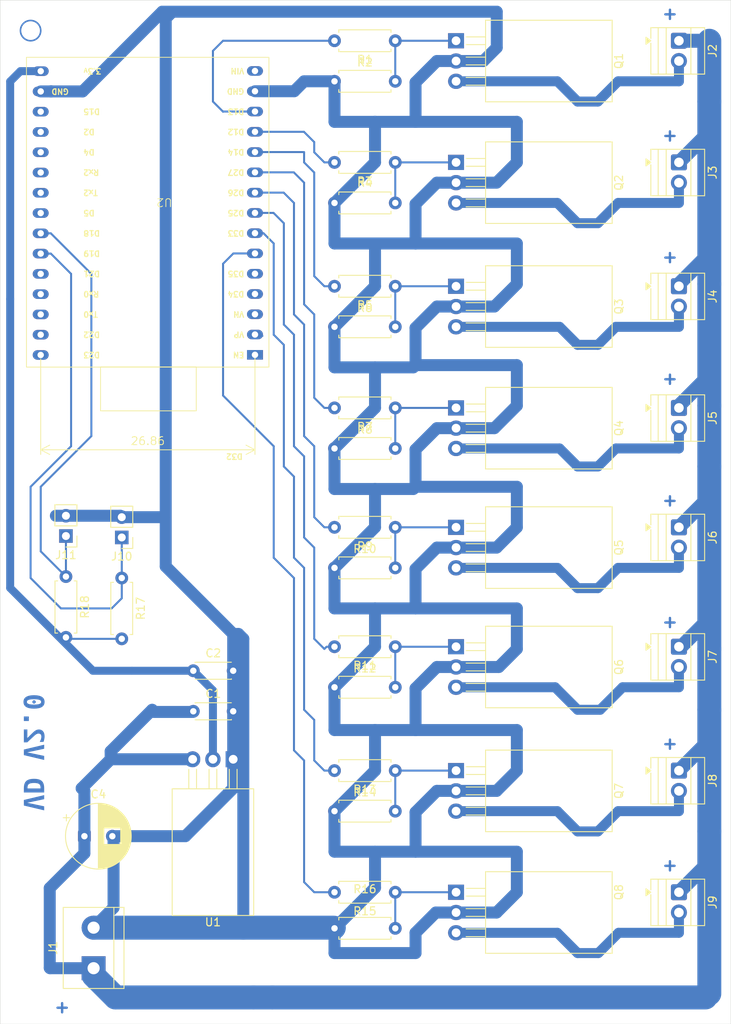
<source format=kicad_pcb>
(kicad_pcb (version 20241229) (generator "pcbnew") (generator_version "9.0")
  (layers (0 "F.Cu" signal) (2 "B.Cu" signal) (13 "F.Paste" user) (15 "B.Paste" user) (5 "F.SilkS" user "F.Silkscreen") (7 "B.SilkS" user "B.Silkscreen") (1 "F.Mask" user) (3 "B.Mask" user) (25 "Edge.Cuts" user))
  (net 0 "")
  (net 1 "GND")
  (net 2 "VIN")
  (net 3 "+3.3V")
  (net 4 "Net-(J2-Pin_2)")
  (net 5 "Net-(J3-Pin_2)")
  (net 6 "Net-(J4-Pin_2)")
  (net 7 "Net-(J5-Pin_2)")
  (net 8 "Net-(J6-Pin_2)")
  (net 9 "Net-(J7-Pin_2)")
  (net 10 "Net-(J8-Pin_2)")
  (net 11 "Net-(J9-Pin_2)")
  (net 12 "Net-(Q1-G)")
  (net 13 "Net-(Q2-G)")
  (net 14 "Net-(Q3-G)")
  (net 15 "Net-(Q4-G)")
  (net 16 "Net-(Q5-G)")
  (net 17 "Net-(Q6-G)")
  (net 18 "Net-(Q7-G)")
  (net 19 "Net-(Q8-G)")
  (net 20 "CH1")
  (net 21 "CH2")
  (net 22 "CH3")
  (net 23 "CH4")
  (net 24 "CH5")
  (net 25 "CH6")
  (net 26 "CH7")
  (net 27 "CH8")
  (net 41 "unconnected-(U2-VP-Pad2)")
  (net 45 "Net-(J10-Pin_1)")
  (net 46 "Net-(J11-Pin_1)")
  (footprint "Resistor_THT:R_Axial_DIN0207_L6.3mm_D2.5mm_P7.62mm_Horizontal" (layer "F.Cu") (at 39.99 107.77 -90)
    (property "Reference" "R18")
    (property "Value" "10K")
  )
  (footprint "Capacitor_THT:CP_Radial_D8.0mm_P3.50mm" (layer "F.Cu") (at 42.307349 140.297349)
    (property "Reference" "C4")
    (property "Value" "100uF")
  )
  (footprint "Capacitor_THT:C_Disc_D4.3mm_W1.9mm_P5.00mm" (layer "F.Cu") (at 55.96 124.65)
    (property "Reference" "C1")
    (property "Value" "10uF")
  )
  (footprint "SF_Library:ESP32-DevKitC-1" (layer "F.Cu") (at 52.33 60.38728 180)
    (property "Reference" "U2")
    (property "Value" "ESP32-DevkitC-1")
  )
  (footprint "Package_TO_SOT_THT:TO-220-3_Horizontal_TabDown" (layer "F.Cu") (at 88.9 71.4 -90)
    (property "Reference" "Q3")
    (property "Value" "IRLZ44N")
  )
  (footprint "Connector_PinHeader_2.54mm:PinHeader_1x02_P2.54mm_Vertical" (layer "F.Cu") (at 46.99 102.87 180)
    (property "Reference" "J10")
    (property "Value" "BTN1")
  )
  (footprint "TerminalBlock:TerminalBlock_Xinya_XY308-2.54-2P_1x02_P2.54mm_Horizontal" (layer "F.Cu") (at 116.84 147.32 -90)
    (property "Reference" "J9")
    (property "Value" "CH8")
  )
  (footprint "Resistor_THT:R_Axial_DIN0207_L6.3mm_D2.5mm_P7.62mm_Horizontal" (layer "F.Cu") (at 81.28 101.6 180)
    (property "Reference" "R9")
    (property "Value" "100R")
  )
  (footprint "Package_TO_SOT_THT:TO-220-3_Horizontal_TabDown" (layer "F.Cu") (at 88.9 132.08 -90)
    (property "Reference" "Q7")
    (property "Value" "IRLZ44N")
  )
  (footprint "Resistor_THT:R_Axial_DIN0207_L6.3mm_D2.5mm_P7.62mm_Horizontal" (layer "F.Cu") (at 81.28 86.64 180)
    (property "Reference" "R7")
    (property "Value" "100R")
  )
  (footprint "Resistor_THT:R_Axial_DIN0207_L6.3mm_D2.5mm_P7.62mm_Horizontal" (layer "F.Cu") (at 81.28 40.64 180)
    (property "Reference" "R1")
    (property "Value" "100R")
  )
  (footprint "Resistor_THT:R_Axial_DIN0207_L6.3mm_D2.5mm_P7.62mm_Horizontal" (layer "F.Cu") (at 81.28 55.88 180)
    (property "Reference" "R3")
    (property "Value" "100R")
  )
  (footprint "Resistor_THT:R_Axial_DIN0207_L6.3mm_D2.5mm_P7.62mm_Horizontal" (layer "F.Cu") (at 73.66 151.84)
    (property "Reference" "R16")
    (property "Value" "10K")
  )
  (footprint "Resistor_THT:R_Axial_DIN0207_L6.3mm_D2.5mm_P7.62mm_Horizontal" (layer "F.Cu") (at 46.99 107.95 -90)
    (property "Reference" "R17")
    (property "Value" "10K")
  )
  (footprint "Package_TO_SOT_THT:TO-220-3_Horizontal_TabDown" (layer "F.Cu") (at 88.9 55.88 -90)
    (property "Reference" "Q2")
    (property "Value" "IRLZ44N")
  )
  (footprint "Package_TO_SOT_THT:TO-220-3_Horizontal_TabDown" (layer "F.Cu") (at 60.96 130.66 180)
    (property "Reference" "U1")
    (property "Value" "LM1117T-3.3")
  )
  (footprint "TerminalBlock:TerminalBlock_Xinya_XY308-2.54-2P_1x02_P2.54mm_Horizontal" (layer "F.Cu") (at 116.84 86.64 -90)
    (property "Reference" "J5")
    (property "Value" "CH4")
  )
  (footprint "Resistor_THT:R_Axial_DIN0207_L6.3mm_D2.5mm_P7.62mm_Horizontal" (layer "F.Cu") (at 73.66 45.72)
    (property "Reference" "R2")
    (property "Value" "10K")
  )
  (footprint "TerminalBlock:TerminalBlock_Xinya_XY308-2.54-2P_1x02_P2.54mm_Horizontal" (layer "F.Cu") (at 116.84 101.6 -90)
    (property "Reference" "J6")
    (property "Value" "CH5")
  )
  (footprint "Resistor_THT:R_Axial_DIN0207_L6.3mm_D2.5mm_P7.62mm_Horizontal" (layer "F.Cu") (at 73.66 60.96)
    (property "Reference" "R4")
    (property "Value" "10K")
  )
  (footprint "TerminalBlock:TerminalBlock_Xinya_XY308-2.54-2P_1x02_P2.54mm_Horizontal" (layer "F.Cu") (at 116.84 71.4 -90)
    (property "Reference" "J4")
    (property "Value" "CH3")
  )
  (footprint "Resistor_THT:R_Axial_DIN0207_L6.3mm_D2.5mm_P7.62mm_Horizontal" (layer "F.Cu") (at 73.66 137.16)
    (property "Reference" "R14")
    (property "Value" "10K")
  )
  (footprint "Resistor_THT:R_Axial_DIN0207_L6.3mm_D2.5mm_P7.62mm_Horizontal" (layer "F.Cu") (at 81.28 71.4 180)
    (property "Reference" "R5")
    (property "Value" "100R")
  )
  (footprint "Resistor_THT:R_Axial_DIN0207_L6.3mm_D2.5mm_P7.62mm_Horizontal" (layer "F.Cu") (at 73.66 106.68)
    (property "Reference" "R10")
    (property "Value" "10K")
  )
  (footprint "Resistor_THT:R_Axial_DIN0207_L6.3mm_D2.5mm_P7.62mm_Horizontal" (layer "F.Cu") (at 81.28 147.32 180)
    (property "Reference" "R15")
    (property "Value" "100R")
  )
  (footprint "Package_TO_SOT_THT:TO-220-3_Horizontal_TabDown" (layer "F.Cu") (at 88.9 147.32 -90)
    (property "Reference" "Q8")
    (property "Value" "IRLZ44N")
  )
  (footprint "TerminalBlock:TerminalBlock_Xinya_XY308-2.54-2P_1x02_P2.54mm_Horizontal" (layer "F.Cu") (at 116.84 132.08 -90)
    (property "Reference" "J8")
    (property "Value" "CH7")
  )
  (footprint "Package_TO_SOT_THT:TO-220-3_Horizontal_TabDown" (layer "F.Cu") (at 88.9 101.6 -90)
    (property "Reference" "Q5")
    (property "Value" "IRLZ44N")
  )
  (footprint "Connector_PinHeader_2.54mm:PinHeader_1x02_P2.54mm_Vertical" (layer "F.Cu") (at 39.99 102.69 180)
    (property "Reference" "J11")
    (property "Value" "BTN2")
  )
  (footprint "Package_TO_SOT_THT:TO-220-3_Horizontal_TabDown" (layer "F.Cu") (at 88.9 40.64 -90)
    (property "Reference" "Q1")
    (property "Value" "IRLZ44N")
  )
  (footprint "Resistor_THT:R_Axial_DIN0207_L6.3mm_D2.5mm_P7.62mm_Horizontal" (layer "F.Cu") (at 73.66 91.72)
    (property "Reference" "R8")
    (property "Value" "10K")
  )
  (footprint "TerminalBlock:TerminalBlock_Xinya_XY308-2.54-2P_1x02_P2.54mm_Horizontal" (layer "F.Cu") (at 116.84 116.56 -90)
    (property "Reference" "J7")
    (property "Value" "CH6")
  )
  (footprint "TerminalBlock:TerminalBlock_bornier-2_P5.08mm" (layer "F.Cu") (at 43.46 156.837349 90)
    (property "Reference" "J1")
    (property "Value" "PWR_IN")
  )
  (footprint "Resistor_THT:R_Axial_DIN0207_L6.3mm_D2.5mm_P7.62mm_Horizontal" (layer "F.Cu") (at 73.66 121.64)
    (property "Reference" "R12")
    (property "Value" "10K")
  )
  (footprint "TerminalBlock:TerminalBlock_Xinya_XY308-2.54-2P_1x02_P2.54mm_Horizontal" (layer "F.Cu") (at 116.84 55.88 -90)
    (property "Reference" "J3")
    (property "Value" "CH2")
  )
  (footprint "Resistor_THT:R_Axial_DIN0207_L6.3mm_D2.5mm_P7.62mm_Horizontal" (layer "F.Cu") (at 81.28 132.08 180)
    (property "Reference" "R13")
    (property "Value" "100R")
  )
  (footprint "Resistor_THT:R_Axial_DIN0207_L6.3mm_D2.5mm_P7.62mm_Horizontal" (layer "F.Cu") (at 81.28 116.56 180)
    (property "Reference" "R11")
    (property "Value" "100R")
  )
  (footprint "Package_TO_SOT_THT:TO-220-3_Horizontal_TabDown" (layer "F.Cu") (at 88.9 86.64 -90)
    (property "Reference" "Q4")
    (property "Value" "IRLZ44N")
  )
  (footprint "TerminalBlock:TerminalBlock_Xinya_XY308-2.54-2P_1x02_P2.54mm_Horizontal" (layer "F.Cu") (at 116.84 40.64 -90)
    (property "Reference" "J2")
    (property "Value" "CH1")
  )
  (footprint "Package_TO_SOT_THT:TO-220-3_Horizontal_TabDown" (layer "F.Cu") (at 88.9 116.56 -90)
    (property "Reference" "Q6")
    (property "Value" "IRLZ44N")
  )
  (footprint "Resistor_THT:R_Axial_DIN0207_L6.3mm_D2.5mm_P7.62mm_Horizontal" (layer "F.Cu") (at 73.66 76.48)
    (property "Reference" "R6")
    (property "Value" "10K")
  )
  (footprint "Capacitor_THT:C_Disc_D4.3mm_W1.9mm_P5.00mm" (layer "F.Cu") (at 55.96 119.57)
    (property "Reference" "C2")
    (property "Value" "100nF")
  )
  (gr_circle (center 35.56 39.37) (end 36.83 39.37) (stroke (width 0.2)) (fill no) (layer "B.Cu"))
  (gr_rect (start 31.75 35.56) (end 123.35 163.83) (stroke (width 0.05)) (fill no) (layer "Edge.Cuts"))
  (gr_text "+" (at 40.64 162.56 0) (layer "B.Cu") (effects (font (size 1.5 1.5) (thickness 0.3) (bold yes)) (justify left bottom mirror)))
  (gr_text "+" (at 116.84 129.54 0) (layer "B.Cu") (effects (font (size 1.5 1.5) (thickness 0.3) (bold yes)) (justify left bottom mirror)))
  (gr_text "+" (at 116.84 144.78 0) (layer "B.Cu") (effects (font (size 1.5 1.5) (thickness 0.3) (bold yes)) (justify left bottom mirror)))
  (gr_text "+" (at 116.84 83.82 0) (layer "B.Cu") (effects (font (size 1.5 1.5) (thickness 0.3) (bold yes)) (justify left bottom mirror)))
  (gr_text "+" (at 116.84 38.1 0) (layer "B.Cu") (effects (font (size 1.5 1.5) (thickness 0.3) (bold yes)) (justify left bottom mirror)))
  (gr_text "+" (at 116.84 53.34 0) (layer "B.Cu") (effects (font (size 1.5 1.5) (thickness 0.3) (bold yes)) (justify left bottom mirror)))
  (gr_text "+" (at 116.84 114.3 0) (layer "B.Cu") (effects (font (size 1.5 1.5) (thickness 0.3) (bold yes)) (justify left bottom mirror)))
  (gr_text "+" (at 116.84 68.58 0) (layer "B.Cu") (effects (font (size 1.5 1.5) (thickness 0.3) (bold yes)) (justify left bottom mirror)))
  (gr_text "+" (at 116.84 99.06 0) (layer "B.Cu") (effects (font (size 1.5 1.5) (thickness 0.3) (bold yes)) (justify left bottom mirror)))
  (gr_text "VD V2.0" (at 34.29 137.16 270) (layer "B.Cu") (effects (font (size 2.5 2.5) (thickness 0.3) (bold yes)) (justify left bottom mirror)))
  (gr_text "D32" (at 62.23 92.70728 180) (layer "F.SilkS") (effects (font (size 0.7 0.7)) (justify left)))
  (segment (start 86.495 73.94) (end 88.9 73.94) (width 1.5) (layer "B.Cu") (net 1))
  (segment (start 83.82 111.76) (end 83.82 106.815) (width 1.5) (layer "B.Cu") (net 1))
  (segment (start 86.36 149.86) (end 88.9 149.86) (width 1.5) (layer "B.Cu") (net 1))
  (segment (start 83.82 81.28) (end 96.52 81.28) (width 1.5) (layer "B.Cu") (net 1))
  (segment (start 43.46 151.757349) (end 45.96 149.257349) (width 1.5) (layer "B.Cu") (net 1))
  (segment (start 78.74 81.56) (end 83.54 81.56) (width 1.5) (layer "B.Cu") (net 1))
  (segment (start 86.495 104.14) (end 88.9 104.14) (width 1.5) (layer "B.Cu") (net 1))
  (segment (start 73.66 45.72) (end 73.66 50.8) (width 1.5) (layer "B.Cu") (net 1))
  (segment (start 73.66 121.64) (end 73.66 127) (width 1.5) (layer "B.Cu") (net 1))
  (segment (start 78.74 96.8) (end 78.74 101.6) (width 1.5) (layer "B.Cu") (net 1))
  (segment (start 96.52 96.52) (end 96.52 101.6) (width 1.5) (layer "B.Cu") (net 1))
  (segment (start 83.82 91.855) (end 86.495 89.18) (width 1.5) (layer "B.Cu") (net 1))
  (segment (start 73.66 91.72) (end 78.74 86.64) (width 1.5) (layer "B.Cu") (net 1))
  (segment (start 60.96 114.96) (end 60.96 119.57) (width 1.5) (layer "B.Cu") (net 1))
  (segment (start 96.52 81.28) (end 96.52 86.36) (width 1.5) (layer "B.Cu") (net 1))
  (segment (start 96.52 55.88) (end 93.98 58.42) (width 1.5) (layer "B.Cu") (net 1))
  (segment (start 78.74 142.24) (end 78.74 146.76) (width 1.5) (layer "B.Cu") (net 1))
  (segment (start 73.66 154.94) (end 83.82 154.94) (width 1.5) (layer "B.Cu") (net 1))
  (segment (start 60.96 114.96) (end 61.62 114.96) (width 1.5) (layer "B.Cu") (net 1))
  (segment (start 78.74 96.8) (end 83.54 96.8) (width 1.5) (layer "B.Cu") (net 1))
  (segment (start 78.74 111.76) (end 78.74 116.56) (width 1.5) (layer "B.Cu") (net 1))
  (segment (start 73.66 142.24) (end 78.74 142.24) (width 1.5) (layer "B.Cu") (net 1))
  (segment (start 52.5 100.33) (end 52.5 37.84) (width 1.5) (layer "B.Cu") (net 1))
  (segment (start 42.08 46.99) (end 52.07 37) (width 1.5) (layer "B.Cu") (net 1))
  (segment (start 86.495 58.42) (end 88.9 58.42) (width 1.5) (layer "B.Cu") (net 1))
  (segment (start 83.82 81.28) (end 83.82 76.615) (width 1.5) (layer "B.Cu") (net 1))
  (segment (start 96.52 111.76) (end 96.52 116.84) (width 1.5) (layer "B.Cu") (net 1))
  (segment (start 62.23 115.57) (end 62.23 151.757349) (width 1.5) (layer "B.Cu") (net 1))
  (segment (start 93.7 89.18) (end 88.9 89.18) (width 1.5) (layer "B.Cu") (net 1))
  (segment (start 94 41.5) (end 94 37) (width 1.5) (layer "B.Cu") (net 1))
  (segment (start 93.98 134.62) (end 88.9 134.62) (width 1.5) (layer "B.Cu") (net 1))
  (segment (start 93.98 149.86) (end 88.9 149.86) (width 1.5) (layer "B.Cu") (net 1))
  (segment (start 83.82 142.24) (end 83.82 137.295) (width 1.5) (layer "B.Cu") (net 1))
  (segment (start 78.74 116.56) (end 73.66 121.64) (width 1.5) (layer "B.Cu") (net 1))
  (segment (start 78.74 132.08) (end 73.66 137.16) (width 1.5) (layer "B.Cu") (net 1))
  (segment (start 60.96 130.66) (end 60.96 119.57) (width 1.5) (layer "B.Cu") (net 1))
  (segment (start 96.52 86.36) (end 93.7 89.18) (width 1.5) (layer "B.Cu") (net 1))
  (segment (start 83.82 154.94) (end 83.82 152.4) (width 1.5) (layer "B.Cu") (net 1))
  (segment (start 78.74 101.6) (end 73.66 106.68) (width 1.5) (layer "B.Cu") (net 1))
  (segment (start 83.82 111.76) (end 96.52 111.76) (width 1.5) (layer "B.Cu") (net 1))
  (segment (start 78.74 66.04) (end 78.74 71.4) (width 1.5) (layer "B.Cu") (net 1))
  (segment (start 83.82 106.815) (end 86.495 104.14) (width 1.5) (layer "B.Cu") (net 1))
  (segment (start 78.74 127) (end 83.82 127) (width 1.5) (layer "B.Cu") (net 1))
  (segment (start 78.74 55.88) (end 73.66 60.96) (width 1.5) (layer "B.Cu") (net 1))
  (segment (start 83.82 137.295) (end 86.495 134.62) (width 1.5) (layer "B.Cu") (net 1))
  (segment (start 78.74 111.76) (end 83.82 111.76) (width 1.5) (layer "B.Cu") (net 1))
  (segment (start 94 37) (end 53.34 37) (width 1.5) (layer "B.Cu") (net 1))
  (segment (start 94.26 119.1) (end 88.9 119.1) (width 1.5) (layer "B.Cu") (net 1))
  (segment (start 52.5 106.5) (end 60.96 114.96) (width 1.5) (layer "B.Cu") (net 1))
  (segment (start 86.495 43.18) (end 88.9 43.18) (width 1.5) (layer "B.Cu") (net 1))
  (segment (start 83.82 127) (end 83.82 121.775) (width 1.5) (layer "B.Cu") (net 1))
  (segment (start 92.32 43.18) (end 94 41.5) (width 1.5) (layer "B.Cu") (net 1))
  (segment (start 78.74 71.4) (end 73.66 76.48) (width 1.5) (layer "B.Cu") (net 1))
  (segment (start 61.62 114.96) (end 62.23 115.57) (width 1.5) (layer "B.Cu") (net 1))
  (segment (start 83.82 50.8) (end 83.82 45.855) (width 1.5) (layer "B.Cu") (net 1))
  (segment (start 69.85 45.72) (end 73.66 45.72) (width 1.5) (layer "B.Cu") (net 1))
  (segment (start 45.807349 140.297349) (end 54.96 140.297349) (width 1.5) (layer "B.Cu") (net 1))
  (segment (start 83.82 152.4) (end 86.36 149.86) (width 1.5) (layer "B.Cu") (net 1))
  (segment (start 83.82 61.095) (end 86.495 58.42) (width 1.5) (layer "B.Cu") (net 1))
  (segment (start 96.52 71.12) (end 93.7 73.94) (width 1.5) (layer "B.Cu") (net 1))
  (segment (start 39.99 100.15) (end 46.81 100.15) (width 1.5) (layer "B.Cu") (net 1))
  (segment (start 78.74 142.24) (end 83.82 142.24) (width 1.5) (layer "B.Cu") (net 1))
  (segment (start 96.52 147.32) (end 93.98 149.86) (width 1.5) (layer "B.Cu") (net 1))
  (segment (start 78.74 127) (end 78.74 132.08) (width 1.5) (layer "B.Cu") (net 1))
  (segment (start 73.66 151.84) (end 73.66 154.94) (width 1.5) (layer "B.Cu") (net 1))
  (segment (start 83.82 121.775) (end 86.495 119.1) (width 1.5) (layer "B.Cu") (net 1))
  (segment (start 93.7 73.94) (end 88.9 73.94) (width 1.5) (layer "B.Cu") (net 1))
  (segment (start 60.96 134.297349) (end 60.96 130.66) (width 1.5) (layer "B.Cu") (net 1))
  (segment (start 73.66 91.72) (end 73.66 96.8) (width 1.5) (layer "B.Cu") (net 1))
  (segment (start 96.52 116.84) (end 94.26 119.1) (width 1.5) (layer "B.Cu") (net 1))
  (segment (start 78.74 66.04) (end 83.82 66.04) (width 1.5) (layer "B.Cu") (net 1))
  (segment (start 45.96 149.257349) (end 45.96 140.45) (width 1.5) (layer "B.Cu") (net 1))
  (segment (start 46.99 100.33) (end 52.5 100.33) (width 1.5) (layer "B.Cu") (net 1))
  (segment (start 83.54 96.8) (end 83.82 96.52) (width 1.5) (layer "B.Cu") (net 1))
  (segment (start 54.96 140.297349) (end 60.96 134.297349) (width 1.5) (layer "B.Cu") (net 1))
  (segment (start 83.82 66.04) (end 96.52 66.04) (width 1.5) (layer "B.Cu") (net 1))
  (segment (start 45.96 140.45) (end 45.807349 140.297349) (width 1.5) (layer "B.Cu") (net 1))
  (segment (start 73.66 66.04) (end 78.74 66.04) (width 1.5) (layer "B.Cu") (net 1))
  (segment (start 86.495 89.18) (end 88.9 89.18) (width 1.5) (layer "B.Cu") (net 1))
  (segment (start 61.171 130.871) (end 60.96 130.66) (width 1.5) (layer "B.Cu") (net 1))
  (segment (start 78.74 50.8) (end 83.82 50.8) (width 1.5) (layer "B.Cu") (net 1))
  (segment (start 73.66 106.68) (end 73.66 111.76) (width 1.5) (layer "B.Cu") (net 1))
  (segment (start 73.66 111.76) (end 78.74 111.76) (width 1.5) (layer "B.Cu") (net 1))
  (segment (start 86.495 119.1) (end 88.9 119.1) (width 1.5) (layer "B.Cu") (net 1))
  (segment (start 78.74 86.64) (end 78.74 81.56) (width 1.5) (layer "B.Cu") (net 1))
  (segment (start 36.83 46.99) (end 38.1 46.99) (width 1.5) (layer "B.Cu") (net 1))
  (segment (start 73.66 127) (end 78.74 127) (width 1.5) (layer "B.Cu") (net 1))
  (segment (start 83.82 45.855) (end 86.495 43.18) (width 1.5) (layer "B.Cu") (net 1))
  (segment (start 96.52 50.8) (end 96.52 55.88) (width 1.5) (layer "B.Cu") (net 1))
  (segment (start 96.52 101.6) (end 93.98 104.14) (width 1.5) (layer "B.Cu") (net 1))
  (segment (start 96.52 127) (end 96.52 132.08) (width 1.5) (layer "B.Cu") (net 1))
  (segment (start 68.60272 46.96728) (end 69.85 45.72) (width 1.5) (layer "B.Cu") (net 1))
  (segment (start 83.54 81.56) (end 83.82 81.28) (width 1.5) (layer "B.Cu") (net 1))
  (segment (start 73.577349 151.757349) (end 73.66 151.84) (width 1.5) (layer "B.Cu") (net 1))
  (segment (start 96.52 142.24) (end 96.52 147.32) (width 1.5) (layer "B.Cu") (net 1))
  (segment (start 73.66 60.96) (end 73.66 66.04) (width 1.5) (layer "B.Cu") (net 1))
  (segment (start 86.495 134.62) (end 88.9 134.62) (width 1.5) (layer "B.Cu") (net 1))
  (segment (start 78.74 146.76) (end 73.66 151.84) (width 1.5) (layer "B.Cu") (net 1))
  (segment (start 43.46 151.757349) (end 62.23 151.757349) (width 3) (layer "B.Cu") (net 1))
  (segment (start 52.5 37.84) (end 53.34 37) (width 1.5) (layer "B.Cu") (net 1))
  (segment (start 83.82 50.8) (end 96.52 50.8) (width 1.5) (layer "B.Cu") (net 1))
  (segment (start 38.1 46.99) (end 38.12272 46.96728) (width 1.5) (layer "B.Cu") (net 1))
  (segment (start 83.82 96.52) (end 83.82 91.855) (width 1.5) (layer "B.Cu") (net 1))
  (segment (start 83.82 127) (end 96.52 127) (width 1.5) (layer "B.Cu") (net 1))
  (segment (start 38.14544 46.99) (end 42.08 46.99) (width 1.5) (layer "B.Cu") (net 1))
  (segment (start 93.98 58.42) (end 88.9 58.42) (width 1.5) (layer "B.Cu") (net 1))
  (segment (start 83.82 66.04) (end 83.82 61.095) (width 1.5) (layer "B.Cu") (net 1))
  (segment (start 62.23 151.757349) (end 73.577349 151.757349) (width 3) (layer "B.Cu") (net 1))
  (segment (start 73.66 76.48) (end 73.66 81.56) (width 1.5) (layer "B.Cu") (net 1))
  (segment (start 73.66 81.56) (end 78.74 81.56) (width 1.5) (layer "B.Cu") (net 1))
  (segment (start 83.82 96.52) (end 96.52 96.52) (width 1.5) (layer "B.Cu") (net 1))
  (segment (start 83.82 142.24) (end 96.52 142.24) (width 1.5) (layer "B.Cu") (net 1))
  (segment (start 73.66 50.8) (end 78.74 50.8) (width 1.5) (layer "B.Cu") (net 1))
  (segment (start 93.98 104.14) (end 88.9 104.14) (width 1.5) (layer "B.Cu") (net 1))
  (segment (start 39.99 100.15) (end 38.728 100.15) (width 1.5) (layer "B.Cu") (net 1))
  (segment (start 88.9 43.18) (end 92.32 43.18) (width 1.5) (layer "B.Cu") (net 1))
  (segment (start 83.82 76.615) (end 86.495 73.94) (width 1.5) (layer "B.Cu") (net 1))
  (segment (start 38.12272 46.96728) (end 38.14544 46.99) (width 1.5) (layer "B.Cu") (net 1))
  (segment (start 73.66 96.8) (end 78.74 96.8) (width 1.5) (layer "B.Cu") (net 1))
  (segment (start 46.81 100.15) (end 46.99 100.33) (width 1.5) (layer "B.Cu") (net 1))
  (segment (start 96.52 66.04) (end 96.52 71.12) (width 1.5) (layer "B.Cu") (net 1))
  (segment (start 96.52 132.08) (end 93.98 134.62) (width 1.5) (layer "B.Cu") (net 1))
  (segment (start 63.69 46.96728) (end 68.60272 46.96728) (width 1.5) (layer "B.Cu") (net 1))
  (segment (start 52.5 100.33) (end 52.5 106.5) (width 1.5) (layer "B.Cu") (net 1))
  (segment (start 78.74 55.88) (end 78.74 50.8) (width 1.5) (layer "B.Cu") (net 1))
  (segment (start 53.34 37) (end 52.07 37) (width 1.5) (layer "B.Cu") (net 1))
  (segment (start 73.66 137.16) (end 73.66 142.24) (width 1.5) (layer "B.Cu") (net 1))
  (segment (start 116.84 40.64) (end 120.65 40.64) (width 1.75) (layer "B.Cu") (net 2))
  (segment (start 37.96 156.797349) (end 38 156.837349) (width 1.5) (layer "B.Cu") (net 2))
  (segment (start 42.307349 142.45) (end 37.96 146.797349) (width 1.5) (layer "B.Cu") (net 2))
  (segment (start 116.84 147.32) (end 120.65 143.51) (width 1.75) (layer "B.Cu") (net 2))
  (segment (start 55.88 130.66) (end 45.597349 130.66) (width 1.5) (layer "B.Cu") (net 2))
  (segment (start 41.96 134.297349) (end 42.307349 134.644698) (width 1.5) (layer "B.Cu") (net 2))
  (segment (start 120.65 93.98) (end 120.65 86.36) (width 3) (layer "B.Cu") (net 2))
  (segment (start 120.65 63.5) (end 120.65 71.12) (width 1.5) (layer "B.Cu") (net 2))
  (segment (start 45.597349 130.66) (end 41.96 134.297349) (width 1.5) (layer "B.Cu") (net 2))
  (segment (start 120.65 124.46) (end 120.65 116.84) (width 3) (layer "B.Cu") (net 2))
  (segment (start 120.65 139.7) (end 120.65 124.46) (width 3) (layer "B.Cu") (net 2))
  (segment (start 37.96 146.797349) (end 37.96 156.797349) (width 1.5) (layer "B.Cu") (net 2))
  (segment (start 116.84 71.12) (end 120.65 67.31) (width 1.75) (layer "B.Cu") (net 2))
  (segment (start 116.84 132.08) (end 120.65 128.27) (width 1.75) (layer "B.Cu") (net 2))
  (segment (start 120.65 116.84) (end 120.65 93.98) (width 3) (layer "B.Cu") (net 2))
  (segment (start 66.34 160.98) (end 65.86 160.5) (width 1.5) (layer "B.Cu") (net 2))
  (segment (start 43.46 156.837349) (end 43.46 157.76) (width 1.5) (layer "B.Cu") (net 2))
  (segment (start 116.84 101.6) (end 120.65 97.79) (width 1.75) (layer "B.Cu") (net 2))
  (segment (start 55.88 124.73) (end 55.96 124.65) (width 1.5) (layer "B.Cu") (net 2))
  (segment (start 46.2 160.5) (end 63.5 160.5) (width 3) (layer "B.Cu") (net 2))
  (segment (start 120.65 48.26) (end 120.65 40.64) (width 3) (layer "B.Cu") (net 2))
  (segment (start 42.307349 140.297349) (end 42.307349 142.45) (width 1.5) (layer "B.Cu") (net 2))
  (segment (start 43.46 157.76) (end 46.2 160.5) (width 3) (layer "B.Cu") (net 2))
  (segment (start 116.84 86.64) (end 116.84 86.36) (width 1.5) (layer "B.Cu") (net 2))
  (segment (start 120.65 86.36) (end 120.65 71.12) (width 3) (layer "B.Cu") (net 2))
  (segment (start 45.597349 129.662651) (end 45.597349 130.66) (width 1.5) (layer "B.Cu") (net 2))
  (segment (start 65.86 160.5) (end 120.17 160.5) (width 3) (layer "B.Cu") (net 2))
  (segment (start 116.84 116.56) (end 117.12 116.56) (width 1.75) (layer "B.Cu") (net 2))
  (segment (start 120.65 78.74) (end 120.65 86.36) (width 1.5) (layer "B.Cu") (net 2))
  (segment (start 50.8 124.46) (end 45.597349 129.662651) (width 1.5) (layer "B.Cu") (net 2))
  (segment (start 117.12 116.56) (end 120.65 113.03) (width 1.75) (layer "B.Cu") (net 2))
  (segment (start 116.84 55.88) (end 120.65 52.07) (width 1.75) (layer "B.Cu") (net 2))
  (segment (start 55.88 124.73) (end 51.07 124.73) (width 1.5) (layer "B.Cu") (net 2))
  (segment (start 65.86 160.5) (end 63.5 160.5) (width 3) (layer "B.Cu") (net 2))
  (segment (start 116.84 71.4) (end 116.84 71.12) (width 1.5) (layer "B.Cu") (net 2))
  (segment (start 51.07 124.73) (end 50.8 124.46) (width 1.5) (layer "B.Cu") (net 2))
  (segment (start 120.17 160.5) (end 120.65 160.02) (width 1.5) (layer "B.Cu") (net 2))
  (segment (start 38 156.837349) (end 43.46 156.837349) (width 1.5) (layer "B.Cu") (net 2))
  (segment (start 116.84 86.36) (end 120.65 82.55) (width 1.75) (layer "B.Cu") (net 2))
  (segment (start 42.307349 134.644698) (end 42.307349 140.297349) (width 1.5) (layer "B.Cu") (net 2))
  (segment (start 120.65 160.02) (end 120.65 139.7) (width 3) (layer "B.Cu") (net 2))
  (segment (start 120.65 109.22) (end 120.65 116.84) (width 1.5) (layer "B.Cu") (net 2))
  (segment (start 55.88 130.66) (end 55.669 130.871) (width 1.5) (layer "B.Cu") (net 2))
  (segment (start 120.65 71.12) (end 120.65 48.26) (width 3) (layer "B.Cu") (net 2))
  (segment (start 33 73) (end 33 99.06) (width 0.25) (layer "B.Cu") (net 3))
  (segment (start 40.31 115.39) (end 40.49 115.57) (width 0.25) (layer "B.Cu") (net 3))
  (segment (start 40.49 115.57) (end 46.99 115.57) (width 0.25) (layer "B.Cu") (net 3))
  (segment (start 33 45.74) (end 33 73) (width 1) (layer "B.Cu") (net 3))
  (segment (start 55.96 119.57) (end 48.26 119.57) (width 1) (layer "B.Cu") (net 3))
  (segment (start 48.26 119.57) (end 43.37 119.57) (width 1) (layer "B.Cu") (net 3))
  (segment (start 39.99 115.39) (end 40.31 115.39) (width 0.25) (layer "B.Cu") (net 3))
  (segment (start 34.29 44.45) (end 33 45.74) (width 1) (layer "B.Cu") (net 3))
  (segment (start 55.96 119.57) (end 58.42 122.03) (width 1) (layer "B.Cu") (net 3))
  (segment (start 43.37 119.57) (end 33 109.2) (width 1) (layer "B.Cu") (net 3))
  (segment (start 58.42 130.66) (end 58.42 122.03) (width 1) (layer "B.Cu") (net 3))
  (segment (start 36.83 44.45) (end 34.29 44.45) (width 1) (layer "B.Cu") (net 3))
  (segment (start 33 109.2) (end 33 73) (width 1) (layer "B.Cu") (net 3))
  (segment (start 48.26 119.57) (end 47.732651 119.57) (width 0.25) (layer "B.Cu") (net 3))
  (segment (start 89.83 45.72) (end 101.6 45.72) (width 1.25) (layer "B.Cu") (net 4))
  (segment (start 101.6 45.72) (end 104.14 48.26) (width 1.25) (layer "B.Cu") (net 4))
  (segment (start 109.22 45.72) (end 116.84 45.72) (width 1.25) (layer "B.Cu") (net 4))
  (segment (start 106.68 48.26) (end 109.22 45.72) (width 1.25) (layer "B.Cu") (net 4))
  (segment (start 104.14 48.26) (end 106.68 48.26) (width 1.25) (layer "B.Cu") (net 4))
  (segment (start 116.84 45.72) (end 116.84 43.18) (width 1.25) (layer "B.Cu") (net 4))
  (segment (start 106.68 63.5) (end 109.22 60.96) (width 1.25) (layer "B.Cu") (net 5))
  (segment (start 104.14 63.5) (end 106.68 63.5) (width 1.25) (layer "B.Cu") (net 5))
  (segment (start 109.22 60.96) (end 116.84 60.96) (width 1.25) (layer "B.Cu") (net 5))
  (segment (start 88.9 60.96) (end 101.6 60.96) (width 1.25) (layer "B.Cu") (net 5))
  (segment (start 116.84 60.96) (end 116.84 58.42) (width 1.25) (layer "B.Cu") (net 5))
  (segment (start 101.6 60.96) (end 104.14 63.5) (width 1.25) (layer "B.Cu") (net 5))
  (segment (start 101.88 76.48) (end 88.9 76.48) (width 1.25) (layer "B.Cu") (net 6))
  (segment (start 116.84 76.48) (end 108.94 76.48) (width 1.25) (layer "B.Cu") (net 6))
  (segment (start 116.84 73.94) (end 116.84 76.48) (width 1.25) (layer "B.Cu") (net 6))
  (segment (start 104.14 78.74) (end 101.88 76.48) (width 1.25) (layer "B.Cu") (net 6))
  (segment (start 108.94 76.48) (end 106.68 78.74) (width 1.25) (layer "B.Cu") (net 6))
  (segment (start 106.68 78.74) (end 104.14 78.74) (width 1.25) (layer "B.Cu") (net 6))
  (segment (start 108.94 91.72) (end 106.68 93.98) (width 1.25) (layer "B.Cu") (net 7))
  (segment (start 101.88 91.72) (end 88.9 91.72) (width 1.25) (layer "B.Cu") (net 7))
  (segment (start 106.68 93.98) (end 104.14 93.98) (width 1.25) (layer "B.Cu") (net 7))
  (segment (start 104.14 93.98) (end 101.88 91.72) (width 1.25) (layer "B.Cu") (net 7))
  (segment (start 116.84 91.72) (end 108.94 91.72) (width 1.25) (layer "B.Cu") (net 7))
  (segment (start 116.84 89.18) (end 116.84 91.72) (width 1.25) (layer "B.Cu") (net 7))
  (segment (start 109.22 106.68) (end 116.84 106.68) (width 1.25) (layer "B.Cu") (net 8))
  (segment (start 104.14 109.22) (end 106.68 109.22) (width 1.25) (layer "B.Cu") (net 8))
  (segment (start 106.68 109.22) (end 109.22 106.68) (width 1.25) (layer "B.Cu") (net 8))
  (segment (start 88.9 106.68) (end 101.6 106.68) (width 1.25) (layer "B.Cu") (net 8))
  (segment (start 116.84 106.68) (end 116.84 104.14) (width 1.25) (layer "B.Cu") (net 8))
  (segment (start 101.6 106.68) (end 104.14 109.22) (width 1.25) (layer "B.Cu") (net 8))
  (segment (start 101.32 121.64) (end 104.14 124.46) (width 1.25) (layer "B.Cu") (net 9))
  (segment (start 109.78 121.64) (end 116.84 121.64) (width 1.25) (layer "B.Cu") (net 9))
  (segment (start 104.14 124.46) (end 106.96 124.46) (width 1.25) (layer "B.Cu") (net 9))
  (segment (start 88.9 121.64) (end 101.32 121.64) (width 1.25) (layer "B.Cu") (net 9))
  (segment (start 116.84 121.64) (end 116.84 119.1) (width 1.25) (layer "B.Cu") (net 9))
  (segment (start 106.96 124.46) (end 109.78 121.64) (width 1.25) (layer "B.Cu") (net 9))
  (segment (start 106.68 139.7) (end 109.22 137.16) (width 1.25) (layer "B.Cu") (net 10))
  (segment (start 88.9 137.16) (end 101.6 137.16) (width 1.25) (layer "B.Cu") (net 10))
  (segment (start 109.22 137.16) (end 116.84 137.16) (width 1.25) (layer "B.Cu") (net 10))
  (segment (start 101.6 137.16) (end 104.14 139.7) (width 1.25) (layer "B.Cu") (net 10))
  (segment (start 116.84 137.16) (end 116.84 134.62) (width 1.25) (layer "B.Cu") (net 10))
  (segment (start 104.14 139.7) (end 106.68 139.7) (width 1.25) (layer "B.Cu") (net 10))
  (segment (start 109.273725 152.4) (end 116.84 152.4) (width 1.25) (layer "B.Cu") (net 11))
  (segment (start 88.9 152.4) (end 101.6 152.4) (width 1.25) (layer "B.Cu") (net 11))
  (segment (start 116.84 152.4) (end 116.84 149.86) (width 1.25) (layer "B.Cu") (net 11))
  (segment (start 104.14 154.94) (end 106.733725 154.94) (width 1.25) (layer "B.Cu") (net 11))
  (segment (start 101.6 152.4) (end 104.14 154.94) (width 1.25) (layer "B.Cu") (net 11))
  (segment (start 106.733725 154.94) (end 109.273725 152.4) (width 1.25) (layer "B.Cu") (net 11))
  (segment (start 81.28 45.72) (end 81.28 40.64) (width 0.25) (layer "B.Cu") (net 12))
  (segment (start 81.28 40.64) (end 88.9 40.64) (width 0.25) (layer "B.Cu") (net 12))
  (segment (start 81.28 55.88) (end 81.28 60.96) (width 0.25) (layer "B.Cu") (net 13))
  (segment (start 88.9 55.88) (end 81.28 55.88) (width 0.25) (layer "B.Cu") (net 13))
  (segment (start 81.28 71.4) (end 88.9 71.4) (width 0.25) (layer "B.Cu") (net 14))
  (segment (start 81.28 76.48) (end 81.28 71.4) (width 0.25) (layer "B.Cu") (net 14))
  (segment (start 81.28 86.64) (end 81.28 91.72) (width 0.25) (layer "B.Cu") (net 15))
  (segment (start 88.9 86.64) (end 81.28 86.64) (width 0.25) (layer "B.Cu") (net 15))
  (segment (start 81.28 106.68) (end 81.28 101.6) (width 0.25) (layer "B.Cu") (net 16))
  (segment (start 81.28 101.6) (end 88.9 101.6) (width 0.25) (layer "B.Cu") (net 16))
  (segment (start 81.28 121.64) (end 81.28 116.56) (width 0.25) (layer "B.Cu") (net 17))
  (segment (start 81.28 116.56) (end 88.9 116.56) (width 0.25) (layer "B.Cu") (net 17))
  (segment (start 81.28 132.08) (end 81.56 131.8) (width 0.25) (layer "B.Cu") (net 18))
  (segment (start 88.62 131.8) (end 88.9 132.08) (width 0.25) (layer "B.Cu") (net 18))
  (segment (start 81.28 137.16) (end 81.28 132.08) (width 0.25) (layer "B.Cu") (net 18))
  (segment (start 81.28 132.08) (end 88.9 132.08) (width 0.25) (layer "B.Cu") (net 18))
  (segment (start 81.28 151.84) (end 81.28 147.32) (width 0.25) (layer "B.Cu") (net 19))
  (segment (start 81.28 147.32) (end 88.9 147.32) (width 0.25) (layer "B.Cu") (net 19))
  (segment (start 58.42 48.26) (end 59.69 49.53) (width 0.25) (layer "B.Cu") (net 20))
  (segment (start 59.69 40.64) (end 58.42 41.91) (width 0.25) (layer "B.Cu") (net 20))
  (segment (start 58.42 41.91) (end 58.42 48.26) (width 0.25) (layer "B.Cu") (net 20))
  (segment (start 59.71272 49.50728) (end 63.69 49.50728) (width 0.25) (layer "B.Cu") (net 20))
  (segment (start 59.69 49.53) (end 59.71272 49.50728) (width 0.25) (layer "B.Cu") (net 20))
  (segment (start 73.66 40.64) (end 59.69 40.64) (width 0.25) (layer "B.Cu") (net 20))
  (segment (start 71.12 53.34) (end 71.12 54.61) (width 0.25) (layer "B.Cu") (net 21))
  (segment (start 69.82728 52.04728) (end 71.12 53.34) (width 0.25) (layer "B.Cu") (net 21))
  (segment (start 72.39 55.88) (end 73.66 55.88) (width 0.25) (layer "B.Cu") (net 21))
  (segment (start 63.69 52.04728) (end 69.82728 52.04728) (width 0.25) (layer "B.Cu") (net 21))
  (segment (start 71.12 54.61) (end 72.39 55.88) (width 0.25) (layer "B.Cu") (net 21))
  (segment (start 72.39 71.4) (end 73.66 71.4) (width 0.25) (layer "B.Cu") (net 22))
  (segment (start 69.85 55.88) (end 71.12 57.15) (width 0.25) (layer "B.Cu") (net 22))
  (segment (start 63.69 54.58728) (end 69.82728 54.58728) (width 0.25) (layer "B.Cu") (net 22))
  (segment (start 71.12 70.13) (end 72.39 71.4) (width 0.25) (layer "B.Cu") (net 22))
  (segment (start 69.82728 54.58728) (end 69.85 54.61) (width 0.25) (layer "B.Cu") (net 22))
  (segment (start 69.85 54.61) (end 69.85 55.88) (width 0.25) (layer "B.Cu") (net 22))
  (segment (start 71.12 57.15) (end 71.12 70.13) (width 0.25) (layer "B.Cu") (net 22))
  (segment (start 72.39 86.64) (end 73.66 86.64) (width 0.25) (layer "B.Cu") (net 23))
  (segment (start 71.12 74.93) (end 71.12 85.37) (width 0.25) (layer "B.Cu") (net 23))
  (segment (start 69.85 73.66) (end 71.12 74.93) (width 0.25) (layer "B.Cu") (net 23))
  (segment (start 71.12 85.37) (end 72.39 86.64) (width 0.25) (layer "B.Cu") (net 23))
  (segment (start 63.69 57.12728) (end 68.55728 57.12728) (width 0.25) (layer "B.Cu") (net 23))
  (segment (start 69.85 58.42) (end 69.85 73.66) (width 0.25) (layer "B.Cu") (net 23))
  (segment (start 68.55728 57.12728) (end 69.85 58.42) (width 0.25) (layer "B.Cu") (net 23))
  (segment (start 68.58 60.96) (end 68.58 74.93) (width 0.25) (layer "B.Cu") (net 24))
  (segment (start 69.85 76.2) (end 69.85 90.17) (width 0.25) (layer "B.Cu") (net 24))
  (segment (start 71.12 91.44) (end 71.12 100.33) (width 0.25) (layer "B.Cu") (net 24))
  (segment (start 68.58 74.93) (end 69.85 76.2) (width 0.25) (layer "B.Cu") (net 24))
  (segment (start 63.69 59.66728) (end 67.28728 59.66728) (width 0.25) (layer "B.Cu") (net 24))
  (segment (start 69.85 90.17) (end 71.12 91.44) (width 0.25) (layer "B.Cu") (net 24))
  (segment (start 72.39 101.6) (end 73.66 101.6) (width 0.25) (layer "B.Cu") (net 24))
  (segment (start 67.28728 59.66728) (end 68.58 60.96) (width 0.25) (layer "B.Cu") (net 24))
  (segment (start 71.12 100.33) (end 72.39 101.6) (width 0.25) (layer "B.Cu") (net 24))
  (segment (start 68.58 77.47) (end 68.58 91.44) (width 0.25) (layer "B.Cu") (net 25))
  (segment (start 71.12 104.14) (end 71.12 115.57) (width 0.25) (layer "B.Cu") (net 25))
  (segment (start 72.67 116.56) (end 73.66 116.56) (width 0.25) (layer "B.Cu") (net 25))
  (segment (start 67.31 76.2) (end 68.58 77.47) (width 0.25) (layer "B.Cu") (net 25))
  (segment (start 72.39 116.84) (end 72.67 116.56) (width 0.25) (layer "B.Cu") (net 25))
  (segment (start 69.85 92.71) (end 69.85 102.87) (width 0.25) (layer "B.Cu") (net 25))
  (segment (start 71.12 115.57) (end 72.39 116.84) (width 0.25) (layer "B.Cu") (net 25))
  (segment (start 67.31 63.5) (end 67.31 76.2) (width 0.25) (layer "B.Cu") (net 25))
  (segment (start 66.01728 62.20728) (end 67.31 63.5) (width 0.25) (layer "B.Cu") (net 25))
  (segment (start 68.58 91.44) (end 69.85 92.71) (width 0.25) (layer "B.Cu") (net 25))
  (segment (start 63.69 62.20728) (end 66.01728 62.20728) (width 0.25) (layer "B.Cu") (net 25))
  (segment (start 69.85 102.87) (end 71.12 104.14) (width 0.25) (layer "B.Cu") (net 25))
  (segment (start 67.31 93.98) (end 68.58 95.25) (width 0.25) (layer "B.Cu") (net 26))
  (segment (start 68.58 95.25) (end 68.58 105.41) (width 0.25) (layer "B.Cu") (net 26))
  (segment (start 68.58 105.41) (end 69.85 106.68) (width 0.25) (layer "B.Cu") (net 26))
  (segment (start 64.74728 64.74728) (end 66.04 66.04) (width 0.25) (layer "B.Cu") (net 26))
  (segment (start 71.12 130.81) (end 72.39 132.08) (width 0.25) (layer "B.Cu") (net 26))
  (segment (start 66.04 66.04) (end 66.04 77.47) (width 0.25) (layer "B.Cu") (net 26))
  (segment (start 69.85 124.46) (end 71.12 125.73) (width 0.25) (layer "B.Cu") (net 26))
  (segment (start 66.04 77.47) (end 67.31 78.74) (width 0.25) (layer "B.Cu") (net 26))
  (segment (start 63.69 64.74728) (end 64.74728 64.74728) (width 0.25) (layer "B.Cu") (net 26))
  (segment (start 72.39 132.08) (end 73.66 132.08) (width 0.25) (layer "B.Cu") (net 26))
  (segment (start 71.12 125.73) (end 71.12 130.81) (width 0.25) (layer "B.Cu") (net 26))
  (segment (start 67.31 78.74) (end 67.31 93.98) (width 0.25) (layer "B.Cu") (net 26))
  (segment (start 69.85 106.68) (end 69.85 124.46) (width 0.25) (layer "B.Cu") (net 26))
  (segment (start 68.58 129.54) (end 68.58 107.95) (width 0.25) (layer "B.Cu") (net 27))
  (segment (start 69.85 130.81) (end 68.58 129.54) (width 0.25) (layer "B.Cu") (net 27))
  (segment (start 66.04 105.41) (end 66.04 91.44) (width 0.25) (layer "B.Cu") (net 27))
  (segment (start 69.85 146.05) (end 69.85 130.81) (width 0.25) (layer "B.Cu") (net 27))
  (segment (start 66.04 91.44) (end 59.69 85.09) (width 0.25) (layer "B.Cu") (net 27))
  (segment (start 59.69 68.58) (end 60.98272 67.28728) (width 0.25) (layer "B.Cu") (net 27))
  (segment (start 68.58 107.95) (end 66.04 105.41) (width 0.25) (layer "B.Cu") (net 27))
  (segment (start 73.66 147.32) (end 71.12 147.32) (width 0.25) (layer "B.Cu") (net 27))
  (segment (start 71.12 147.32) (end 69.85 146.05) (width 0.25) (layer "B.Cu") (net 27))
  (segment (start 60.98272 67.28728) (end 63.69 67.28728) (width 0.25) (layer "B.Cu") (net 27))
  (segment (start 59.69 85.09) (end 59.69 68.58) (width 0.25) (layer "B.Cu") (net 27))
  (segment (start 64.5 77.62) (end 64.62 77.62) (width 0.25) (layer "B.Cu") (net 41))
  (segment (start 45.72 111.76) (end 46.99 110.49) (width 0.25) (layer "B.Cu") (net 45))
  (segment (start 35.56 96.52) (end 35.56 107.95) (width 0.25) (layer "B.Cu") (net 45))
  (segment (start 46.99 107.95) (end 46.99 102.87) (width 0.25) (layer "B.Cu") (net 45))
  (segment (start 40.64 69.85) (end 40.64 91.44) (width 0.25) (layer "B.Cu") (net 45))
  (segment (start 36.82632 67.30728) (end 38.09728 67.30728) (width 0.25) (layer "B.Cu") (net 45))
  (segment (start 40.64 91.44) (end 35.56 96.52) (width 0.25) (layer "B.Cu") (net 45))
  (segment (start 46.99 110.49) (end 46.99 107.95) (width 0.25) (layer "B.Cu") (net 45))
  (segment (start 35.56 107.95) (end 39.37 111.76) (width 0.25) (layer "B.Cu") (net 45))
  (segment (start 38.09728 67.30728) (end 40.64 69.85) (width 0.25) (layer "B.Cu") (net 45))
  (segment (start 39.37 111.76) (end 45.72 111.76) (width 0.25) (layer "B.Cu") (net 45))
  (segment (start 39.99 107.77) (end 39.99 102.69) (width 0.25) (layer "B.Cu") (net 46))
  (segment (start 36.83 96.52) (end 43.18 90.17) (width 0.25) (layer "B.Cu") (net 46))
  (segment (start 43.18 90.17) (end 43.18 69.85) (width 0.25) (layer "B.Cu") (net 46))
  (segment (start 43.18 69.85) (end 38.09728 64.76728) (width 0.25) (layer "B.Cu") (net 46))
  (segment (start 38.09728 64.76728) (end 36.82632 64.76728) (width 0.25) (layer "B.Cu") (net 46))
  (segment (start 39.99 107.77) (end 36.83 104.61) (width 0.25) (layer "B.Cu") (net 46))
  (segment (start 36.83 104.61) (end 36.83 96.52) (width 0.25) (layer "B.Cu") (net 46))
)
</source>
